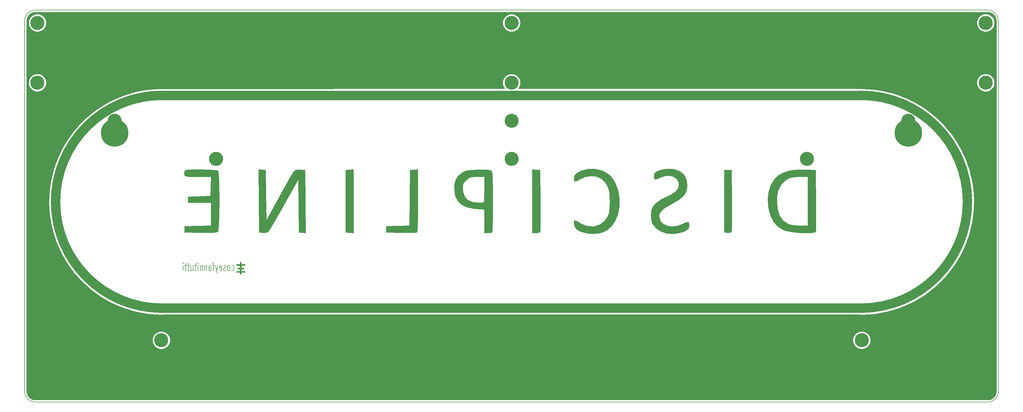
<source format=gbr>
%TF.GenerationSoftware,KiCad,Pcbnew,5.1.10-88a1d61d58~90~ubuntu21.04.1*%
%TF.CreationDate,2021-08-28T01:04:05+02:00*%
%TF.ProjectId,discipline-bottom,64697363-6970-46c6-996e-652d626f7474,rev?*%
%TF.SameCoordinates,Original*%
%TF.FileFunction,Copper,L2,Bot*%
%TF.FilePolarity,Positive*%
%FSLAX46Y46*%
G04 Gerber Fmt 4.6, Leading zero omitted, Abs format (unit mm)*
G04 Created by KiCad (PCBNEW 5.1.10-88a1d61d58~90~ubuntu21.04.1) date 2021-08-28 01:04:05*
%MOMM*%
%LPD*%
G01*
G04 APERTURE LIST*
%TA.AperFunction,NonConductor*%
%ADD10C,0.200000*%
%TD*%
%TA.AperFunction,Profile*%
%ADD11C,0.150000*%
%TD*%
%TA.AperFunction,EtchedComponent*%
%ADD12C,3.000000*%
%TD*%
%TA.AperFunction,EtchedComponent*%
%ADD13C,0.010000*%
%TD*%
%TA.AperFunction,ComponentPad*%
%ADD14C,4.400000*%
%TD*%
%TA.AperFunction,ComponentPad*%
%ADD15C,8.600000*%
%TD*%
%TA.AperFunction,Conductor*%
%ADD16C,0.254000*%
%TD*%
%TA.AperFunction,Conductor*%
%ADD17C,0.150000*%
%TD*%
G04 APERTURE END LIST*
D10*
X125397214Y-134521644D02*
X125540071Y-134640692D01*
X125825785Y-134640692D01*
X125968642Y-134521644D01*
X126040071Y-134402597D01*
X126111500Y-134164501D01*
X126111500Y-133450216D01*
X126040071Y-133212120D01*
X125968642Y-133093073D01*
X125825785Y-132974025D01*
X125540071Y-132974025D01*
X125397214Y-133093073D01*
X124540071Y-134640692D02*
X124682928Y-134521644D01*
X124754357Y-134402597D01*
X124825785Y-134164501D01*
X124825785Y-133450216D01*
X124754357Y-133212120D01*
X124682928Y-133093073D01*
X124540071Y-132974025D01*
X124325785Y-132974025D01*
X124182928Y-133093073D01*
X124111500Y-133212120D01*
X124040071Y-133450216D01*
X124040071Y-134164501D01*
X124111500Y-134402597D01*
X124182928Y-134521644D01*
X124325785Y-134640692D01*
X124540071Y-134640692D01*
X123468642Y-134521644D02*
X123325785Y-134640692D01*
X123040071Y-134640692D01*
X122897214Y-134521644D01*
X122825785Y-134283549D01*
X122825785Y-134164501D01*
X122897214Y-133926406D01*
X123040071Y-133807359D01*
X123254357Y-133807359D01*
X123397214Y-133688311D01*
X123468642Y-133450216D01*
X123468642Y-133331168D01*
X123397214Y-133093073D01*
X123254357Y-132974025D01*
X123040071Y-132974025D01*
X122897214Y-133093073D01*
X121611500Y-134521644D02*
X121754357Y-134640692D01*
X122040071Y-134640692D01*
X122182928Y-134521644D01*
X122254357Y-134283549D01*
X122254357Y-133331168D01*
X122182928Y-133093073D01*
X122040071Y-132974025D01*
X121754357Y-132974025D01*
X121611500Y-133093073D01*
X121540071Y-133331168D01*
X121540071Y-133569263D01*
X122254357Y-133807359D01*
X121040071Y-132974025D02*
X120682928Y-134640692D01*
X120325785Y-132974025D02*
X120682928Y-134640692D01*
X120825785Y-135235930D01*
X120897214Y-135354978D01*
X121040071Y-135474025D01*
X119968642Y-132974025D02*
X119397214Y-132974025D01*
X119754357Y-134640692D02*
X119754357Y-132497835D01*
X119682928Y-132259740D01*
X119540071Y-132140692D01*
X119397214Y-132140692D01*
X118254357Y-134640692D02*
X118254357Y-133331168D01*
X118325785Y-133093073D01*
X118468642Y-132974025D01*
X118754357Y-132974025D01*
X118897214Y-133093073D01*
X118254357Y-134521644D02*
X118397214Y-134640692D01*
X118754357Y-134640692D01*
X118897214Y-134521644D01*
X118968642Y-134283549D01*
X118968642Y-134045454D01*
X118897214Y-133807359D01*
X118754357Y-133688311D01*
X118397214Y-133688311D01*
X118254357Y-133569263D01*
X117540071Y-132974025D02*
X117540071Y-134640692D01*
X117540071Y-133212120D02*
X117468642Y-133093073D01*
X117325785Y-132974025D01*
X117111500Y-132974025D01*
X116968642Y-133093073D01*
X116897214Y-133331168D01*
X116897214Y-134640692D01*
X116182928Y-132974025D02*
X116182928Y-134640692D01*
X116182928Y-133212120D02*
X116111500Y-133093073D01*
X115968642Y-132974025D01*
X115754357Y-132974025D01*
X115611500Y-133093073D01*
X115540071Y-133331168D01*
X115540071Y-134640692D01*
X114825785Y-134640692D02*
X114825785Y-132974025D01*
X114825785Y-132140692D02*
X114897214Y-132259740D01*
X114825785Y-132378787D01*
X114754357Y-132259740D01*
X114825785Y-132140692D01*
X114825785Y-132378787D01*
X114325785Y-132974025D02*
X113754357Y-132974025D01*
X114111500Y-132140692D02*
X114111500Y-134283549D01*
X114040071Y-134521644D01*
X113897214Y-134640692D01*
X113754357Y-134640692D01*
X112611500Y-132974025D02*
X112611500Y-134640692D01*
X113254357Y-132974025D02*
X113254357Y-134283549D01*
X113182928Y-134521644D01*
X113040071Y-134640692D01*
X112825785Y-134640692D01*
X112682928Y-134521644D01*
X112611500Y-134402597D01*
X112111500Y-132974025D02*
X111540071Y-132974025D01*
X111897214Y-132140692D02*
X111897214Y-134283549D01*
X111825785Y-134521644D01*
X111682928Y-134640692D01*
X111540071Y-134640692D01*
X111254357Y-132974025D02*
X110682928Y-132974025D01*
X111040071Y-132140692D02*
X111040071Y-134283549D01*
X110968642Y-134521644D01*
X110825785Y-134640692D01*
X110682928Y-134640692D01*
X110182928Y-134640692D02*
X110182928Y-132974025D01*
X110182928Y-132140692D02*
X110254357Y-132259740D01*
X110182928Y-132378787D01*
X110111500Y-132259740D01*
X110182928Y-132140692D01*
X110182928Y-132378787D01*
D11*
X362129784Y-175749849D02*
X63852975Y-175749849D01*
X365436843Y-56249439D02*
X365436843Y-172442790D01*
X63849975Y-52942380D02*
X362129784Y-52942380D01*
X60542916Y-172445789D02*
X60542916Y-56249439D01*
X362129784Y-52942380D02*
G75*
G02*
X365436843Y-56249439I0J-3307059D01*
G01*
X365436843Y-172442790D02*
G75*
G02*
X362129784Y-175749849I-3307059J0D01*
G01*
X63852975Y-175749848D02*
G75*
G02*
X60542916Y-172445789I-3000J3307059D01*
G01*
X60542916Y-56249439D02*
G75*
G02*
X63849975Y-52942380I3307059J0D01*
G01*
D12*
X322774879Y-146279622D02*
X103454879Y-146309622D01*
X322324879Y-79629622D02*
X103004879Y-79659622D01*
D13*
G36*
X113804399Y-102906301D02*
G01*
X112450889Y-102931801D01*
X111550129Y-102988554D01*
X111002875Y-103088220D01*
X110709885Y-103242460D01*
X110571918Y-103462935D01*
X110557388Y-103505798D01*
X110493418Y-104294246D01*
X110570283Y-104645542D01*
X110742886Y-104872224D01*
X111126582Y-105025520D01*
X111828579Y-105118899D01*
X112956080Y-105165828D01*
X114616290Y-105179779D01*
X114823221Y-105179879D01*
X118871113Y-105179879D01*
X118777483Y-108192058D01*
X118683853Y-111204238D01*
X111682571Y-111389092D01*
X111682571Y-113320904D01*
X118846674Y-113320904D01*
X118846674Y-120465549D01*
X114694750Y-120556688D01*
X110542827Y-120647828D01*
X110542827Y-122601674D01*
X115598647Y-122690982D01*
X117747674Y-122711183D01*
X119309956Y-122682376D01*
X120348445Y-122600991D01*
X120926092Y-122463459D01*
X121053134Y-122381623D01*
X121176490Y-121939512D01*
X121278951Y-120949292D01*
X121360474Y-119513767D01*
X121421018Y-117735742D01*
X121460540Y-115718021D01*
X121478998Y-113563408D01*
X121476348Y-111374707D01*
X121452548Y-109254723D01*
X121407556Y-107306260D01*
X121341329Y-105632121D01*
X121253825Y-104335113D01*
X121145001Y-103518037D01*
X121061032Y-103291161D01*
X120599671Y-103117729D01*
X119593318Y-102996475D01*
X118007497Y-102924879D01*
X115807728Y-102900425D01*
X115709900Y-102900392D01*
X113804399Y-102906301D01*
G37*
X113804399Y-102906301D02*
X112450889Y-102931801D01*
X111550129Y-102988554D01*
X111002875Y-103088220D01*
X110709885Y-103242460D01*
X110571918Y-103462935D01*
X110557388Y-103505798D01*
X110493418Y-104294246D01*
X110570283Y-104645542D01*
X110742886Y-104872224D01*
X111126582Y-105025520D01*
X111828579Y-105118899D01*
X112956080Y-105165828D01*
X114616290Y-105179779D01*
X114823221Y-105179879D01*
X118871113Y-105179879D01*
X118777483Y-108192058D01*
X118683853Y-111204238D01*
X111682571Y-111389092D01*
X111682571Y-113320904D01*
X118846674Y-113320904D01*
X118846674Y-120465549D01*
X114694750Y-120556688D01*
X110542827Y-120647828D01*
X110542827Y-122601674D01*
X115598647Y-122690982D01*
X117747674Y-122711183D01*
X119309956Y-122682376D01*
X120348445Y-122600991D01*
X120926092Y-122463459D01*
X121053134Y-122381623D01*
X121176490Y-121939512D01*
X121278951Y-120949292D01*
X121360474Y-119513767D01*
X121421018Y-117735742D01*
X121460540Y-115718021D01*
X121478998Y-113563408D01*
X121476348Y-111374707D01*
X121452548Y-109254723D01*
X121407556Y-107306260D01*
X121341329Y-105632121D01*
X121253825Y-104335113D01*
X121145001Y-103518037D01*
X121061032Y-103291161D01*
X120599671Y-103117729D01*
X119593318Y-102996475D01*
X118007497Y-102924879D01*
X115807728Y-102900425D01*
X115709900Y-102900392D01*
X113804399Y-102906301D01*
G36*
X133902765Y-112730042D02*
G01*
X133988981Y-122601674D01*
X135128725Y-122697577D01*
X136061888Y-122647531D01*
X136781287Y-122395900D01*
X136814381Y-122371936D01*
X137110235Y-121984896D01*
X137671798Y-121103669D01*
X138453152Y-119805957D01*
X139408379Y-118169462D01*
X140491562Y-116271885D01*
X141656781Y-114190929D01*
X141774657Y-113978250D01*
X146189020Y-106006108D01*
X146363340Y-122601674D01*
X147426480Y-122704075D01*
X148489619Y-122806475D01*
X148403403Y-112934844D01*
X148317186Y-103063212D01*
X146806889Y-102965450D01*
X145801572Y-102959872D01*
X145179405Y-103164749D01*
X144690222Y-103656410D01*
X144369552Y-104155024D01*
X143789691Y-105138365D01*
X143000806Y-106518039D01*
X142053063Y-108205655D01*
X140996626Y-110112819D01*
X140176161Y-111610233D01*
X136268468Y-118775334D01*
X136105648Y-110919273D01*
X135942827Y-103063212D01*
X134879688Y-102960811D01*
X133816548Y-102858410D01*
X133902765Y-112730042D01*
G37*
X133902765Y-112730042D02*
X133988981Y-122601674D01*
X135128725Y-122697577D01*
X136061888Y-122647531D01*
X136781287Y-122395900D01*
X136814381Y-122371936D01*
X137110235Y-121984896D01*
X137671798Y-121103669D01*
X138453152Y-119805957D01*
X139408379Y-118169462D01*
X140491562Y-116271885D01*
X141656781Y-114190929D01*
X141774657Y-113978250D01*
X146189020Y-106006108D01*
X146363340Y-122601674D01*
X147426480Y-122704075D01*
X148489619Y-122806475D01*
X148403403Y-112934844D01*
X148317186Y-103063212D01*
X146806889Y-102965450D01*
X145801572Y-102959872D01*
X145179405Y-103164749D01*
X144690222Y-103656410D01*
X144369552Y-104155024D01*
X143789691Y-105138365D01*
X143000806Y-106518039D01*
X142053063Y-108205655D01*
X140996626Y-110112819D01*
X140176161Y-111610233D01*
X136268468Y-118775334D01*
X136105648Y-110919273D01*
X135942827Y-103063212D01*
X134879688Y-102960811D01*
X133816548Y-102858410D01*
X133902765Y-112730042D01*
G36*
X162238340Y-102962144D02*
G01*
X161017186Y-103063212D01*
X161017186Y-122601674D01*
X162238340Y-122702741D01*
X163459494Y-122803809D01*
X163459494Y-102861077D01*
X162238340Y-102962144D01*
G37*
X162238340Y-102962144D02*
X161017186Y-103063212D01*
X161017186Y-122601674D01*
X162238340Y-122702741D01*
X163459494Y-122803809D01*
X163459494Y-102861077D01*
X162238340Y-102962144D01*
G36*
X182428084Y-102962144D02*
G01*
X181206930Y-103063212D01*
X181033512Y-120463776D01*
X173717186Y-120647828D01*
X173717186Y-122601674D01*
X178457771Y-122691431D01*
X180153480Y-122708533D01*
X181612727Y-122694899D01*
X182713973Y-122653849D01*
X183335677Y-122588705D01*
X183423797Y-122555747D01*
X183480507Y-122185108D01*
X183531988Y-121245413D01*
X183576378Y-119818879D01*
X183611816Y-117987724D01*
X183636441Y-115834165D01*
X183648392Y-113440419D01*
X183649238Y-112595691D01*
X183649238Y-102861077D01*
X182428084Y-102962144D01*
G37*
X182428084Y-102962144D02*
X181206930Y-103063212D01*
X181033512Y-120463776D01*
X173717186Y-120647828D01*
X173717186Y-122601674D01*
X178457771Y-122691431D01*
X180153480Y-122708533D01*
X181612727Y-122694899D01*
X182713973Y-122653849D01*
X183335677Y-122588705D01*
X183423797Y-122555747D01*
X183480507Y-122185108D01*
X183531988Y-121245413D01*
X183576378Y-119818879D01*
X183611816Y-117987724D01*
X183636441Y-115834165D01*
X183648392Y-113440419D01*
X183649238Y-112595691D01*
X183649238Y-102861077D01*
X182428084Y-102962144D01*
G36*
X202430790Y-102959591D02*
G01*
X200733726Y-103042421D01*
X199531340Y-103157222D01*
X198667034Y-103332731D01*
X197984214Y-103597686D01*
X197513900Y-103861914D01*
X196251251Y-104859463D01*
X195473145Y-106058970D01*
X195106353Y-107606252D01*
X195053248Y-108761930D01*
X195289734Y-110871912D01*
X195999357Y-112551768D01*
X197196028Y-113814516D01*
X198893660Y-114673177D01*
X201106164Y-115140768D01*
X201944789Y-115211076D01*
X204490263Y-115358431D01*
X204490263Y-122764494D01*
X205575733Y-122764494D01*
X206380365Y-122704918D01*
X206863592Y-122560220D01*
X206878297Y-122547400D01*
X206933976Y-122178062D01*
X206984373Y-121241351D01*
X207027583Y-119821168D01*
X207061704Y-118001414D01*
X207084831Y-115865988D01*
X207095060Y-113498792D01*
X207095391Y-112980863D01*
X207091033Y-110207936D01*
X207075629Y-108016695D01*
X207045689Y-106337587D01*
X207000780Y-105179879D01*
X204490263Y-105179879D01*
X204490263Y-109033298D01*
X204472899Y-110556629D01*
X204425656Y-111834148D01*
X204355809Y-112729438D01*
X204273169Y-113103810D01*
X203754503Y-113272830D01*
X202822527Y-113308811D01*
X201700071Y-113218344D01*
X200609964Y-113008019D01*
X200558390Y-112993943D01*
X199172633Y-112353685D01*
X198261198Y-111306975D01*
X197784192Y-109801328D01*
X197720481Y-109260062D01*
X197664856Y-108194636D01*
X197782979Y-107501152D01*
X198168273Y-106905242D01*
X198719251Y-106326788D01*
X199361385Y-105724934D01*
X199922698Y-105381624D01*
X200621244Y-105224557D01*
X201675074Y-105181434D01*
X202178212Y-105179879D01*
X204490263Y-105179879D01*
X207000780Y-105179879D01*
X206997722Y-105101059D01*
X206928235Y-104237559D01*
X206833737Y-103677535D01*
X206710737Y-103351434D01*
X206605658Y-103224977D01*
X206125608Y-103034794D01*
X205205701Y-102935245D01*
X203769135Y-102921447D01*
X202430790Y-102959591D01*
G37*
X202430790Y-102959591D02*
X200733726Y-103042421D01*
X199531340Y-103157222D01*
X198667034Y-103332731D01*
X197984214Y-103597686D01*
X197513900Y-103861914D01*
X196251251Y-104859463D01*
X195473145Y-106058970D01*
X195106353Y-107606252D01*
X195053248Y-108761930D01*
X195289734Y-110871912D01*
X195999357Y-112551768D01*
X197196028Y-113814516D01*
X198893660Y-114673177D01*
X201106164Y-115140768D01*
X201944789Y-115211076D01*
X204490263Y-115358431D01*
X204490263Y-122764494D01*
X205575733Y-122764494D01*
X206380365Y-122704918D01*
X206863592Y-122560220D01*
X206878297Y-122547400D01*
X206933976Y-122178062D01*
X206984373Y-121241351D01*
X207027583Y-119821168D01*
X207061704Y-118001414D01*
X207084831Y-115865988D01*
X207095060Y-113498792D01*
X207095391Y-112980863D01*
X207091033Y-110207936D01*
X207075629Y-108016695D01*
X207045689Y-106337587D01*
X207000780Y-105179879D01*
X204490263Y-105179879D01*
X204490263Y-109033298D01*
X204472899Y-110556629D01*
X204425656Y-111834148D01*
X204355809Y-112729438D01*
X204273169Y-113103810D01*
X203754503Y-113272830D01*
X202822527Y-113308811D01*
X201700071Y-113218344D01*
X200609964Y-113008019D01*
X200558390Y-112993943D01*
X199172633Y-112353685D01*
X198261198Y-111306975D01*
X197784192Y-109801328D01*
X197720481Y-109260062D01*
X197664856Y-108194636D01*
X197782979Y-107501152D01*
X198168273Y-106905242D01*
X198719251Y-106326788D01*
X199361385Y-105724934D01*
X199922698Y-105381624D01*
X200621244Y-105224557D01*
X201675074Y-105181434D01*
X202178212Y-105179879D01*
X204490263Y-105179879D01*
X207000780Y-105179879D01*
X206997722Y-105101059D01*
X206928235Y-104237559D01*
X206833737Y-103677535D01*
X206710737Y-103351434D01*
X206605658Y-103224977D01*
X206125608Y-103034794D01*
X205205701Y-102935245D01*
X203769135Y-102921447D01*
X202430790Y-102959591D01*
G36*
X219469750Y-122764494D02*
G01*
X220619714Y-122764494D01*
X221426505Y-122659251D01*
X221901369Y-122401139D01*
X221927399Y-122353479D01*
X221964863Y-121933221D01*
X221993237Y-120947467D01*
X222011903Y-119481948D01*
X222020240Y-117622395D01*
X222017629Y-115454541D01*
X222003451Y-113064115D01*
X221998589Y-112502838D01*
X221912058Y-103063212D01*
X220690904Y-102962144D01*
X219469750Y-102861077D01*
X219469750Y-122764494D01*
G37*
X219469750Y-122764494D02*
X220619714Y-122764494D01*
X221426505Y-122659251D01*
X221901369Y-122401139D01*
X221927399Y-122353479D01*
X221964863Y-121933221D01*
X221993237Y-120947467D01*
X222011903Y-119481948D01*
X222020240Y-117622395D01*
X222017629Y-115454541D01*
X222003451Y-113064115D01*
X221998589Y-112502838D01*
X221912058Y-103063212D01*
X220690904Y-102962144D01*
X219469750Y-102861077D01*
X219469750Y-122764494D01*
G36*
X279550520Y-122601674D02*
G01*
X280611092Y-122703883D01*
X281468885Y-122653409D01*
X281837367Y-122374278D01*
X281876881Y-121948521D01*
X281907108Y-120957514D01*
X281927359Y-119487233D01*
X281936943Y-117623653D01*
X281935172Y-115452750D01*
X281921356Y-113060500D01*
X281916538Y-112502838D01*
X281830007Y-103063212D01*
X279550520Y-103063212D01*
X279550520Y-122601674D01*
G37*
X279550520Y-122601674D02*
X280611092Y-122703883D01*
X281468885Y-122653409D01*
X281837367Y-122374278D01*
X281876881Y-121948521D01*
X281907108Y-120957514D01*
X281927359Y-119487233D01*
X281936943Y-117623653D01*
X281935172Y-115452750D01*
X281921356Y-113060500D01*
X281916538Y-112502838D01*
X281830007Y-103063212D01*
X279550520Y-103063212D01*
X279550520Y-122601674D01*
G36*
X302362477Y-102987725D02*
G01*
X300236848Y-103228131D01*
X298475432Y-103715110D01*
X296950042Y-104473164D01*
X296878689Y-104517975D01*
X295366450Y-105850401D01*
X294230846Y-107641950D01*
X293503369Y-109799432D01*
X293215511Y-112229662D01*
X293396129Y-114823010D01*
X294017727Y-117297291D01*
X295029764Y-119275249D01*
X296465557Y-120805200D01*
X298274879Y-121897939D01*
X299184301Y-122185210D01*
X300461692Y-122424841D01*
X301969231Y-122609978D01*
X303569099Y-122733769D01*
X305123476Y-122789360D01*
X306494543Y-122769898D01*
X307544479Y-122668530D01*
X308135466Y-122478403D01*
X308207549Y-122391843D01*
X308248796Y-121961440D01*
X308280588Y-120965995D01*
X308302178Y-119491691D01*
X308312816Y-117624709D01*
X308311754Y-115451233D01*
X308298243Y-113057444D01*
X308293461Y-112502838D01*
X308226334Y-105179879D01*
X305764622Y-105179879D01*
X305764622Y-120485007D01*
X303228494Y-120485007D01*
X301660444Y-120431027D01*
X300488861Y-120238699D01*
X299465568Y-119862439D01*
X299239391Y-119752315D01*
X297864026Y-118777731D01*
X296895823Y-117414694D01*
X296301093Y-115598634D01*
X296065062Y-113668302D01*
X296076844Y-111360055D01*
X296428298Y-109504438D01*
X297150439Y-107980581D01*
X297713622Y-107243764D01*
X298777704Y-106242275D01*
X299966834Y-105606031D01*
X301450048Y-105272715D01*
X303311855Y-105179879D01*
X305764622Y-105179879D01*
X308226334Y-105179879D01*
X308206930Y-103063212D01*
X304980509Y-102969390D01*
X302362477Y-102987725D01*
G37*
X302362477Y-102987725D02*
X300236848Y-103228131D01*
X298475432Y-103715110D01*
X296950042Y-104473164D01*
X296878689Y-104517975D01*
X295366450Y-105850401D01*
X294230846Y-107641950D01*
X293503369Y-109799432D01*
X293215511Y-112229662D01*
X293396129Y-114823010D01*
X294017727Y-117297291D01*
X295029764Y-119275249D01*
X296465557Y-120805200D01*
X298274879Y-121897939D01*
X299184301Y-122185210D01*
X300461692Y-122424841D01*
X301969231Y-122609978D01*
X303569099Y-122733769D01*
X305123476Y-122789360D01*
X306494543Y-122769898D01*
X307544479Y-122668530D01*
X308135466Y-122478403D01*
X308207549Y-122391843D01*
X308248796Y-121961440D01*
X308280588Y-120965995D01*
X308302178Y-119491691D01*
X308312816Y-117624709D01*
X308311754Y-115451233D01*
X308298243Y-113057444D01*
X308293461Y-112502838D01*
X308226334Y-105179879D01*
X305764622Y-105179879D01*
X305764622Y-120485007D01*
X303228494Y-120485007D01*
X301660444Y-120431027D01*
X300488861Y-120238699D01*
X299465568Y-119862439D01*
X299239391Y-119752315D01*
X297864026Y-118777731D01*
X296895823Y-117414694D01*
X296301093Y-115598634D01*
X296065062Y-113668302D01*
X296076844Y-111360055D01*
X296428298Y-109504438D01*
X297150439Y-107980581D01*
X297713622Y-107243764D01*
X298777704Y-106242275D01*
X299966834Y-105606031D01*
X301450048Y-105272715D01*
X303311855Y-105179879D01*
X305764622Y-105179879D01*
X308226334Y-105179879D01*
X308206930Y-103063212D01*
X304980509Y-102969390D01*
X302362477Y-102987725D01*
G36*
X236894832Y-102712705D02*
G01*
X234771714Y-103252915D01*
X234186031Y-103519822D01*
X233143470Y-104192750D01*
X232622111Y-104953516D01*
X232495391Y-105838576D01*
X232644732Y-106470393D01*
X233121098Y-106608224D01*
X233967008Y-106254329D01*
X234467280Y-105943389D01*
X235845490Y-105258155D01*
X237447857Y-104955384D01*
X237653686Y-104940827D01*
X239541270Y-105068921D01*
X241072121Y-105730833D01*
X242300922Y-106957853D01*
X242896776Y-107940786D01*
X243281623Y-108761716D01*
X243526745Y-109538628D01*
X243662523Y-110455909D01*
X243719335Y-111697948D01*
X243728386Y-112988222D01*
X243708007Y-114625080D01*
X243630645Y-115786467D01*
X243469219Y-116647511D01*
X243196646Y-117383335D01*
X242982559Y-117811243D01*
X241880546Y-119243713D01*
X240421626Y-120211754D01*
X238727931Y-120692169D01*
X236921597Y-120661763D01*
X235124755Y-120097342D01*
X234107675Y-119496746D01*
X233393329Y-119057721D01*
X232875225Y-118857952D01*
X232852173Y-118856802D01*
X232544979Y-119113812D01*
X232490855Y-119740202D01*
X232659370Y-120519007D01*
X233020094Y-121233266D01*
X233216931Y-121457493D01*
X234420584Y-122215527D01*
X236048364Y-122741217D01*
X237904050Y-123000557D01*
X239791421Y-122959544D01*
X240845415Y-122779495D01*
X242715722Y-122015296D01*
X244271021Y-120725716D01*
X245478192Y-118972490D01*
X246304115Y-116817357D01*
X246715669Y-114322052D01*
X246705878Y-111855520D01*
X246290900Y-109336973D01*
X245481843Y-107122462D01*
X244327178Y-105317203D01*
X243201636Y-104248956D01*
X241287951Y-103225134D01*
X239126297Y-102708247D01*
X236894832Y-102712705D01*
G37*
X236894832Y-102712705D02*
X234771714Y-103252915D01*
X234186031Y-103519822D01*
X233143470Y-104192750D01*
X232622111Y-104953516D01*
X232495391Y-105838576D01*
X232644732Y-106470393D01*
X233121098Y-106608224D01*
X233967008Y-106254329D01*
X234467280Y-105943389D01*
X235845490Y-105258155D01*
X237447857Y-104955384D01*
X237653686Y-104940827D01*
X239541270Y-105068921D01*
X241072121Y-105730833D01*
X242300922Y-106957853D01*
X242896776Y-107940786D01*
X243281623Y-108761716D01*
X243526745Y-109538628D01*
X243662523Y-110455909D01*
X243719335Y-111697948D01*
X243728386Y-112988222D01*
X243708007Y-114625080D01*
X243630645Y-115786467D01*
X243469219Y-116647511D01*
X243196646Y-117383335D01*
X242982559Y-117811243D01*
X241880546Y-119243713D01*
X240421626Y-120211754D01*
X238727931Y-120692169D01*
X236921597Y-120661763D01*
X235124755Y-120097342D01*
X234107675Y-119496746D01*
X233393329Y-119057721D01*
X232875225Y-118857952D01*
X232852173Y-118856802D01*
X232544979Y-119113812D01*
X232490855Y-119740202D01*
X232659370Y-120519007D01*
X233020094Y-121233266D01*
X233216931Y-121457493D01*
X234420584Y-122215527D01*
X236048364Y-122741217D01*
X237904050Y-123000557D01*
X239791421Y-122959544D01*
X240845415Y-122779495D01*
X242715722Y-122015296D01*
X244271021Y-120725716D01*
X245478192Y-118972490D01*
X246304115Y-116817357D01*
X246715669Y-114322052D01*
X246705878Y-111855520D01*
X246290900Y-109336973D01*
X245481843Y-107122462D01*
X244327178Y-105317203D01*
X243201636Y-104248956D01*
X241287951Y-103225134D01*
X239126297Y-102708247D01*
X236894832Y-102712705D01*
G36*
X260332239Y-102854250D02*
G01*
X259104686Y-103194839D01*
X258182173Y-103636282D01*
X257760991Y-104083500D01*
X257582785Y-104925058D01*
X257650441Y-105661492D01*
X257847228Y-105964214D01*
X258282699Y-105933993D01*
X259047589Y-105654551D01*
X259381466Y-105494971D01*
X260956708Y-104929932D01*
X262443722Y-104823332D01*
X263733726Y-105136628D01*
X264717934Y-105831274D01*
X265287562Y-106868727D01*
X265385135Y-107622186D01*
X265151844Y-108747577D01*
X264415020Y-109736645D01*
X263119239Y-110647309D01*
X261928143Y-111234751D01*
X259661824Y-112391215D01*
X258032834Y-113572903D01*
X257201287Y-114521248D01*
X256780384Y-115598316D01*
X256603773Y-117004051D01*
X256678370Y-118460637D01*
X257011093Y-119690258D01*
X257069593Y-119811107D01*
X258160522Y-121243172D01*
X259692515Y-122286696D01*
X261557849Y-122903863D01*
X263648806Y-123056852D01*
X265547956Y-122787708D01*
X266710856Y-122403454D01*
X267729716Y-121889751D01*
X268366055Y-121368668D01*
X268392328Y-121331770D01*
X268604873Y-120678661D01*
X268598672Y-119919458D01*
X268383185Y-119393826D01*
X268337361Y-119358525D01*
X267891859Y-119385606D01*
X267109887Y-119668877D01*
X266674056Y-119878942D01*
X264936817Y-120548141D01*
X263264628Y-120767268D01*
X261757070Y-120569078D01*
X260513722Y-119986321D01*
X259634165Y-119051752D01*
X259217978Y-117798121D01*
X259197956Y-117420010D01*
X259412277Y-116530195D01*
X260090373Y-115640781D01*
X261284943Y-114702734D01*
X263048683Y-113667018D01*
X263467213Y-113447534D01*
X265301878Y-112412457D01*
X266589592Y-111445243D01*
X267412230Y-110444192D01*
X267851663Y-109307607D01*
X267989765Y-107933791D01*
X267990263Y-107829261D01*
X267734179Y-105962756D01*
X266969598Y-104501877D01*
X265702028Y-103452289D01*
X263936977Y-102819657D01*
X262976861Y-102671997D01*
X261683432Y-102663606D01*
X260332239Y-102854250D01*
G37*
X260332239Y-102854250D02*
X259104686Y-103194839D01*
X258182173Y-103636282D01*
X257760991Y-104083500D01*
X257582785Y-104925058D01*
X257650441Y-105661492D01*
X257847228Y-105964214D01*
X258282699Y-105933993D01*
X259047589Y-105654551D01*
X259381466Y-105494971D01*
X260956708Y-104929932D01*
X262443722Y-104823332D01*
X263733726Y-105136628D01*
X264717934Y-105831274D01*
X265287562Y-106868727D01*
X265385135Y-107622186D01*
X265151844Y-108747577D01*
X264415020Y-109736645D01*
X263119239Y-110647309D01*
X261928143Y-111234751D01*
X259661824Y-112391215D01*
X258032834Y-113572903D01*
X257201287Y-114521248D01*
X256780384Y-115598316D01*
X256603773Y-117004051D01*
X256678370Y-118460637D01*
X257011093Y-119690258D01*
X257069593Y-119811107D01*
X258160522Y-121243172D01*
X259692515Y-122286696D01*
X261557849Y-122903863D01*
X263648806Y-123056852D01*
X265547956Y-122787708D01*
X266710856Y-122403454D01*
X267729716Y-121889751D01*
X268366055Y-121368668D01*
X268392328Y-121331770D01*
X268604873Y-120678661D01*
X268598672Y-119919458D01*
X268383185Y-119393826D01*
X268337361Y-119358525D01*
X267891859Y-119385606D01*
X267109887Y-119668877D01*
X266674056Y-119878942D01*
X264936817Y-120548141D01*
X263264628Y-120767268D01*
X261757070Y-120569078D01*
X260513722Y-119986321D01*
X259634165Y-119051752D01*
X259217978Y-117798121D01*
X259197956Y-117420010D01*
X259412277Y-116530195D01*
X260090373Y-115640781D01*
X261284943Y-114702734D01*
X263048683Y-113667018D01*
X263467213Y-113447534D01*
X265301878Y-112412457D01*
X266589592Y-111445243D01*
X267412230Y-110444192D01*
X267851663Y-109307607D01*
X267989765Y-107933791D01*
X267990263Y-107829261D01*
X267734179Y-105962756D01*
X266969598Y-104501877D01*
X265702028Y-103452289D01*
X263936977Y-102819657D01*
X262976861Y-102671997D01*
X261683432Y-102663606D01*
X260332239Y-102854250D01*
D12*
X322394879Y-146359622D02*
G75*
G03*
X322394879Y-79659622I0J33350000D01*
G01*
X103584879Y-79659622D02*
G75*
G03*
X103584879Y-146359622I0J-33350000D01*
G01*
D13*
G36*
X128375486Y-135163121D02*
G01*
X128944869Y-135160944D01*
X129514252Y-135158768D01*
X129514252Y-134752368D01*
X128375486Y-134748016D01*
X128375486Y-134087735D01*
X129095153Y-134087735D01*
X129095153Y-133655935D01*
X128375486Y-133655935D01*
X128375486Y-132978721D01*
X128944869Y-132976544D01*
X129514252Y-132974368D01*
X129516515Y-132760585D01*
X129518777Y-132546802D01*
X128375486Y-132546802D01*
X128375486Y-131928735D01*
X127935219Y-131928735D01*
X127935219Y-132546802D01*
X126800686Y-132546802D01*
X126800686Y-132978601D01*
X127935219Y-132978601D01*
X127935219Y-133655935D01*
X127224019Y-133655935D01*
X127224019Y-134087735D01*
X127935219Y-134087735D01*
X127935219Y-134748135D01*
X126800686Y-134748135D01*
X126800686Y-135163001D01*
X127935000Y-135163001D01*
X127939452Y-135751435D01*
X128157469Y-135753694D01*
X128375486Y-135755954D01*
X128375486Y-135163121D01*
G37*
X128375486Y-135163121D02*
X128944869Y-135160944D01*
X129514252Y-135158768D01*
X129514252Y-134752368D01*
X128375486Y-134748016D01*
X128375486Y-134087735D01*
X129095153Y-134087735D01*
X129095153Y-133655935D01*
X128375486Y-133655935D01*
X128375486Y-132978721D01*
X128944869Y-132976544D01*
X129514252Y-132974368D01*
X129516515Y-132760585D01*
X129518777Y-132546802D01*
X128375486Y-132546802D01*
X128375486Y-131928735D01*
X127935219Y-131928735D01*
X127935219Y-132546802D01*
X126800686Y-132546802D01*
X126800686Y-132978601D01*
X127935219Y-132978601D01*
X127935219Y-133655935D01*
X127224019Y-133655935D01*
X127224019Y-134087735D01*
X127935219Y-134087735D01*
X127935219Y-134748135D01*
X126800686Y-134748135D01*
X126800686Y-135163001D01*
X127935000Y-135163001D01*
X127939452Y-135751435D01*
X128157469Y-135753694D01*
X128375486Y-135755954D01*
X128375486Y-135163121D01*
D14*
X212992504Y-87627160D03*
X337232504Y-87627160D03*
X88752504Y-87627160D03*
X212992504Y-75697160D03*
X212992504Y-56947160D03*
D15*
X337229903Y-91409552D03*
D14*
X212989879Y-162205740D03*
X212989879Y-99550624D03*
X305448502Y-99550624D03*
X120531257Y-99550624D03*
X322637337Y-156394590D03*
X103342422Y-156394590D03*
X361437255Y-75697160D03*
X361437255Y-56947160D03*
X64542504Y-56947160D03*
X64542504Y-75697160D03*
D15*
X88749856Y-91409552D03*
D16*
X362633557Y-53705179D02*
X363118151Y-53851488D01*
X363565092Y-54089129D01*
X363957361Y-54409057D01*
X364280023Y-54799090D01*
X364520777Y-55244355D01*
X364670463Y-55727910D01*
X364726843Y-56264336D01*
X364726844Y-172408051D01*
X364674044Y-172946563D01*
X364527735Y-173431157D01*
X364290095Y-173878095D01*
X363970165Y-174270368D01*
X363580136Y-174593028D01*
X363134870Y-174833783D01*
X362651311Y-174983469D01*
X362114887Y-175039849D01*
X63887388Y-175039849D01*
X63348507Y-174987505D01*
X62863784Y-174841637D01*
X62416628Y-174604401D01*
X62024067Y-174284828D01*
X61701053Y-173895092D01*
X61459893Y-173450041D01*
X61309768Y-172966620D01*
X61252916Y-172430382D01*
X61252916Y-156115367D01*
X100507422Y-156115367D01*
X100507422Y-156673813D01*
X100616370Y-157221529D01*
X100830078Y-157737466D01*
X101140334Y-158201797D01*
X101535215Y-158596678D01*
X101999546Y-158906934D01*
X102515483Y-159120642D01*
X103063199Y-159229590D01*
X103621645Y-159229590D01*
X104169361Y-159120642D01*
X104685298Y-158906934D01*
X105149629Y-158596678D01*
X105544510Y-158201797D01*
X105854766Y-157737466D01*
X106068474Y-157221529D01*
X106177422Y-156673813D01*
X106177422Y-156115367D01*
X319802337Y-156115367D01*
X319802337Y-156673813D01*
X319911285Y-157221529D01*
X320124993Y-157737466D01*
X320435249Y-158201797D01*
X320830130Y-158596678D01*
X321294461Y-158906934D01*
X321810398Y-159120642D01*
X322358114Y-159229590D01*
X322916560Y-159229590D01*
X323464276Y-159120642D01*
X323980213Y-158906934D01*
X324444544Y-158596678D01*
X324839425Y-158201797D01*
X325149681Y-157737466D01*
X325363389Y-157221529D01*
X325472337Y-156673813D01*
X325472337Y-156115367D01*
X325363389Y-155567651D01*
X325149681Y-155051714D01*
X324839425Y-154587383D01*
X324444544Y-154192502D01*
X323980213Y-153882246D01*
X323464276Y-153668538D01*
X322916560Y-153559590D01*
X322358114Y-153559590D01*
X321810398Y-153668538D01*
X321294461Y-153882246D01*
X320830130Y-154192502D01*
X320435249Y-154587383D01*
X320124993Y-155051714D01*
X319911285Y-155567651D01*
X319802337Y-156115367D01*
X106177422Y-156115367D01*
X106068474Y-155567651D01*
X105854766Y-155051714D01*
X105544510Y-154587383D01*
X105149629Y-154192502D01*
X104685298Y-153882246D01*
X104169361Y-153668538D01*
X103621645Y-153559590D01*
X103063199Y-153559590D01*
X102515483Y-153668538D01*
X101999546Y-153882246D01*
X101535215Y-154192502D01*
X101140334Y-154587383D01*
X100830078Y-155051714D01*
X100616370Y-155567651D01*
X100507422Y-156115367D01*
X61252916Y-156115367D01*
X61252916Y-113122765D01*
X68101221Y-113122765D01*
X68101543Y-113184241D01*
X68101221Y-113245716D01*
X68101982Y-113268061D01*
X68191087Y-115535936D01*
X68195587Y-115597222D01*
X68199449Y-115658602D01*
X68201728Y-115680842D01*
X68444877Y-117937404D01*
X68453539Y-117998267D01*
X68461564Y-118059218D01*
X68465350Y-118081252D01*
X68861417Y-120316051D01*
X68874183Y-120376108D01*
X68886349Y-120436446D01*
X68891626Y-120458172D01*
X69438774Y-122660857D01*
X69455615Y-122719978D01*
X69471838Y-122779278D01*
X69478580Y-122800595D01*
X70174279Y-124960965D01*
X70195089Y-125018768D01*
X70215321Y-125076864D01*
X70223497Y-125097673D01*
X71064524Y-127205721D01*
X71089223Y-127261986D01*
X71113353Y-127318558D01*
X71122925Y-127338763D01*
X72105383Y-129384728D01*
X72133876Y-129439230D01*
X72161775Y-129493984D01*
X72172699Y-129513491D01*
X73292039Y-131487895D01*
X73324148Y-131540292D01*
X73355730Y-131593062D01*
X73367946Y-131611765D01*
X73367956Y-131611781D01*
X73367965Y-131611794D01*
X74618993Y-133505480D01*
X74654588Y-133555567D01*
X74689690Y-133606072D01*
X74703161Y-133623916D01*
X76080102Y-135428141D01*
X76119037Y-135475710D01*
X76157477Y-135523691D01*
X76172130Y-135540577D01*
X77668597Y-137246971D01*
X77710680Y-137291786D01*
X77752292Y-137337038D01*
X77768059Y-137352888D01*
X79377123Y-138953548D01*
X79422134Y-138995375D01*
X79466750Y-139037714D01*
X79483559Y-139052455D01*
X81197765Y-140539967D01*
X81245524Y-140578641D01*
X81292909Y-140617841D01*
X81310682Y-140631405D01*
X83122091Y-141998880D01*
X83172410Y-142034245D01*
X83222312Y-142070103D01*
X83240942Y-142082410D01*
X83240966Y-142082427D01*
X83240987Y-142082440D01*
X85141190Y-143323531D01*
X85193713Y-143355340D01*
X85246022Y-143387773D01*
X85265471Y-143398799D01*
X87245709Y-144507786D01*
X87300307Y-144535966D01*
X87354669Y-144564749D01*
X87374823Y-144574426D01*
X89425904Y-145546159D01*
X89482329Y-145570576D01*
X89538485Y-145595578D01*
X89559251Y-145603863D01*
X91671674Y-146433840D01*
X91729612Y-146454357D01*
X91787355Y-146475488D01*
X91808636Y-146482341D01*
X93972620Y-147166719D01*
X94031818Y-147183247D01*
X94090866Y-147200402D01*
X94112564Y-147205792D01*
X96318085Y-147741401D01*
X96378213Y-147753853D01*
X96438348Y-147766964D01*
X96460362Y-147770865D01*
X98697204Y-148155224D01*
X98758068Y-148163561D01*
X98818927Y-148172548D01*
X98841156Y-148174943D01*
X101098960Y-148406274D01*
X101160258Y-148410453D01*
X101221581Y-148415279D01*
X101243919Y-148416157D01*
X101243921Y-148416157D01*
X103512231Y-148493386D01*
X103657528Y-148493386D01*
X103802488Y-148483504D01*
X103946440Y-148463784D01*
X104039358Y-148444542D01*
X321817274Y-148414752D01*
X321950990Y-148447967D01*
X322094058Y-148473322D01*
X322238518Y-148488889D01*
X322383703Y-148494593D01*
X322406060Y-148494593D01*
X322755294Y-148492764D01*
X322786011Y-148491557D01*
X322816761Y-148491557D01*
X322839101Y-148490679D01*
X325106478Y-148389701D01*
X325167761Y-148384878D01*
X325229099Y-148380696D01*
X325251328Y-148378301D01*
X327506586Y-148123340D01*
X327567400Y-148114360D01*
X327628309Y-148106016D01*
X327650318Y-148102116D01*
X327650324Y-148102115D01*
X327650329Y-148102114D01*
X329883018Y-147694353D01*
X329943056Y-147681262D01*
X330003282Y-147668790D01*
X330024980Y-147663400D01*
X332224769Y-147104724D01*
X332283755Y-147087587D01*
X332343016Y-147071041D01*
X332364297Y-147064188D01*
X334520995Y-146357186D01*
X334578689Y-146336073D01*
X334636676Y-146315539D01*
X334657431Y-146307258D01*
X334657443Y-146307254D01*
X334657453Y-146307250D01*
X336761058Y-145455202D01*
X336817212Y-145430201D01*
X336873639Y-145405782D01*
X336893780Y-145396110D01*
X336893794Y-145396104D01*
X336893805Y-145396098D01*
X338934585Y-144402947D01*
X338988856Y-144374213D01*
X339043545Y-144345985D01*
X339062994Y-144334959D01*
X341031511Y-143205296D01*
X341083773Y-143172892D01*
X341136343Y-143141054D01*
X341154997Y-143128731D01*
X343042120Y-141867796D01*
X343092003Y-141831951D01*
X343142341Y-141796573D01*
X343160113Y-141783009D01*
X344957105Y-140396640D01*
X345004479Y-140357449D01*
X345052249Y-140318765D01*
X345069058Y-140304024D01*
X346767593Y-138798642D01*
X346812206Y-138756306D01*
X346857219Y-138714477D01*
X346872987Y-138698627D01*
X348465200Y-137081206D01*
X348506812Y-137035954D01*
X348548895Y-136991139D01*
X348563548Y-136974253D01*
X350042064Y-135252282D01*
X350080480Y-135204331D01*
X350119440Y-135156731D01*
X350132910Y-135138888D01*
X351490882Y-133320342D01*
X351525939Y-133269901D01*
X351561579Y-133219751D01*
X351573804Y-133201032D01*
X352804943Y-131294336D01*
X352836503Y-131241604D01*
X352868636Y-131189168D01*
X352879551Y-131169677D01*
X352879560Y-131169662D01*
X352879566Y-131169649D01*
X353978163Y-129183643D01*
X354006048Y-129128916D01*
X354034554Y-129074388D01*
X354044126Y-129054183D01*
X355005105Y-126998043D01*
X355029216Y-126941516D01*
X355053935Y-126885205D01*
X355062098Y-126864426D01*
X355062111Y-126864396D01*
X355062120Y-126864370D01*
X355881015Y-124747656D01*
X355901224Y-124689626D01*
X355922057Y-124631758D01*
X355928799Y-124610441D01*
X356601837Y-122442904D01*
X356618074Y-122383553D01*
X356634900Y-122324483D01*
X356640168Y-122302790D01*
X356640177Y-122302757D01*
X356640183Y-122302729D01*
X357164230Y-120094464D01*
X357176373Y-120034241D01*
X357189163Y-119974067D01*
X357192950Y-119952033D01*
X357565591Y-117713210D01*
X357573610Y-117652306D01*
X357582278Y-117591397D01*
X357584557Y-117569156D01*
X357804062Y-115310170D01*
X357807923Y-115248801D01*
X357812424Y-115187506D01*
X357813185Y-115165162D01*
X357878537Y-112896479D01*
X357878215Y-112835004D01*
X357878537Y-112773528D01*
X357877776Y-112751184D01*
X357788671Y-110483308D01*
X357784171Y-110422025D01*
X357780309Y-110360642D01*
X357778030Y-110338401D01*
X357534881Y-108081840D01*
X357526217Y-108020965D01*
X357518194Y-107960027D01*
X357514408Y-107937992D01*
X357118341Y-105703193D01*
X357105572Y-105643121D01*
X357093409Y-105582798D01*
X357088132Y-105561072D01*
X356540983Y-103358387D01*
X356524157Y-103299317D01*
X356507920Y-103239966D01*
X356501178Y-103218649D01*
X355805479Y-101058279D01*
X355784669Y-101000477D01*
X355764437Y-100942380D01*
X355756261Y-100921571D01*
X354915234Y-98813523D01*
X354890535Y-98757258D01*
X354866405Y-98700686D01*
X354856833Y-98680482D01*
X353874375Y-96634516D01*
X353845882Y-96580014D01*
X353817983Y-96525260D01*
X353807059Y-96505753D01*
X352687719Y-94531349D01*
X352655610Y-94478952D01*
X352624028Y-94426182D01*
X352611812Y-94407479D01*
X352611802Y-94407463D01*
X352611793Y-94407450D01*
X351360765Y-92513764D01*
X351325170Y-92463677D01*
X351290068Y-92413172D01*
X351276597Y-92395328D01*
X349899656Y-90591103D01*
X349860705Y-90543514D01*
X349822281Y-90495553D01*
X349807642Y-90478684D01*
X349807628Y-90478666D01*
X349807615Y-90478652D01*
X348311161Y-88772273D01*
X348269118Y-88727502D01*
X348227466Y-88682206D01*
X348211699Y-88666356D01*
X346602636Y-87065696D01*
X346557597Y-87023843D01*
X346513008Y-86981530D01*
X346496199Y-86966789D01*
X344781993Y-85479277D01*
X344734214Y-85440586D01*
X344686849Y-85401403D01*
X344669076Y-85387839D01*
X342857666Y-84020364D01*
X342807374Y-83985018D01*
X342757446Y-83949141D01*
X342738816Y-83936834D01*
X342738792Y-83936817D01*
X342738771Y-83936804D01*
X340838568Y-82695713D01*
X340786045Y-82663904D01*
X340733736Y-82631471D01*
X340714286Y-82620445D01*
X338734049Y-81511458D01*
X338679408Y-81483256D01*
X338625089Y-81454496D01*
X338604935Y-81444818D01*
X336553854Y-80473086D01*
X336497475Y-80448688D01*
X336441273Y-80423666D01*
X336420508Y-80415381D01*
X334308084Y-79585404D01*
X334250110Y-79564874D01*
X334192403Y-79543757D01*
X334171122Y-79536903D01*
X332007139Y-78852525D01*
X331947916Y-78835990D01*
X331888892Y-78818842D01*
X331867194Y-78813452D01*
X329661674Y-78277843D01*
X329601517Y-78265385D01*
X329541410Y-78252280D01*
X329519402Y-78248380D01*
X329519396Y-78248379D01*
X329519391Y-78248378D01*
X327282554Y-77864020D01*
X327221690Y-77855683D01*
X327160831Y-77846696D01*
X327138603Y-77844301D01*
X324880798Y-77612970D01*
X324819500Y-77608791D01*
X324758177Y-77603965D01*
X324735839Y-77603087D01*
X324735837Y-77603087D01*
X322779476Y-77536479D01*
X322743124Y-77525457D01*
X322429468Y-77494608D01*
X215189682Y-77509277D01*
X215194592Y-77504367D01*
X215504848Y-77040036D01*
X215718556Y-76524099D01*
X215827504Y-75976383D01*
X215827504Y-75417937D01*
X358602255Y-75417937D01*
X358602255Y-75976383D01*
X358711203Y-76524099D01*
X358924911Y-77040036D01*
X359235167Y-77504367D01*
X359630048Y-77899248D01*
X360094379Y-78209504D01*
X360610316Y-78423212D01*
X361158032Y-78532160D01*
X361716478Y-78532160D01*
X362264194Y-78423212D01*
X362780131Y-78209504D01*
X363244462Y-77899248D01*
X363639343Y-77504367D01*
X363949599Y-77040036D01*
X364163307Y-76524099D01*
X364272255Y-75976383D01*
X364272255Y-75417937D01*
X364163307Y-74870221D01*
X363949599Y-74354284D01*
X363639343Y-73889953D01*
X363244462Y-73495072D01*
X362780131Y-73184816D01*
X362264194Y-72971108D01*
X361716478Y-72862160D01*
X361158032Y-72862160D01*
X360610316Y-72971108D01*
X360094379Y-73184816D01*
X359630048Y-73495072D01*
X359235167Y-73889953D01*
X358924911Y-74354284D01*
X358711203Y-74870221D01*
X358602255Y-75417937D01*
X215827504Y-75417937D01*
X215718556Y-74870221D01*
X215504848Y-74354284D01*
X215194592Y-73889953D01*
X214799711Y-73495072D01*
X214335380Y-73184816D01*
X213819443Y-72971108D01*
X213271727Y-72862160D01*
X212713281Y-72862160D01*
X212165565Y-72971108D01*
X211649628Y-73184816D01*
X211185297Y-73495072D01*
X210790416Y-73889953D01*
X210480160Y-74354284D01*
X210266452Y-74870221D01*
X210157504Y-75417937D01*
X210157504Y-75976383D01*
X210266452Y-76524099D01*
X210480160Y-77040036D01*
X210790416Y-77504367D01*
X210795927Y-77509878D01*
X102899705Y-77524637D01*
X102628723Y-77551364D01*
X100873280Y-77629543D01*
X100811994Y-77634366D01*
X100750659Y-77638548D01*
X100728430Y-77640943D01*
X98473172Y-77895904D01*
X98412358Y-77904884D01*
X98351449Y-77913228D01*
X98329440Y-77917128D01*
X98329434Y-77917129D01*
X98329429Y-77917130D01*
X96096741Y-78324891D01*
X96036683Y-78337986D01*
X95976476Y-78350454D01*
X95954778Y-78355844D01*
X93754988Y-78914520D01*
X93695963Y-78931669D01*
X93636743Y-78948203D01*
X93615462Y-78955056D01*
X91458763Y-79662057D01*
X91401033Y-79683183D01*
X91343082Y-79703705D01*
X91322316Y-79711990D01*
X89218700Y-80564042D01*
X89162546Y-80589043D01*
X89106119Y-80613462D01*
X89085978Y-80623134D01*
X89085964Y-80623140D01*
X89085953Y-80623146D01*
X87045173Y-81616297D01*
X86990902Y-81645031D01*
X86936213Y-81673259D01*
X86916764Y-81684285D01*
X84948247Y-82813948D01*
X84895985Y-82846352D01*
X84843415Y-82878190D01*
X84824760Y-82890513D01*
X82937638Y-84151448D01*
X82887710Y-84187325D01*
X82837418Y-84222671D01*
X82819661Y-84236223D01*
X82819644Y-84236235D01*
X82819630Y-84236246D01*
X81022654Y-85622604D01*
X80975307Y-85661773D01*
X80927509Y-85700479D01*
X80910700Y-85715220D01*
X79212165Y-87220602D01*
X79167552Y-87262938D01*
X79122539Y-87304767D01*
X79106771Y-87320617D01*
X77514558Y-88938038D01*
X77472946Y-88983290D01*
X77430863Y-89028105D01*
X77416210Y-89044991D01*
X75937694Y-90766962D01*
X75899278Y-90814913D01*
X75860318Y-90862513D01*
X75846848Y-90880356D01*
X74488876Y-92698902D01*
X74453819Y-92749343D01*
X74418179Y-92799493D01*
X74405954Y-92818212D01*
X73174815Y-94724908D01*
X73143242Y-94777662D01*
X73111123Y-94830076D01*
X73100198Y-94849582D01*
X72001595Y-96835601D01*
X71973710Y-96890328D01*
X71945204Y-96944856D01*
X71935632Y-96965061D01*
X70974653Y-99021201D01*
X70950542Y-99077728D01*
X70925823Y-99134039D01*
X70917660Y-99154818D01*
X70917647Y-99154848D01*
X70917638Y-99154874D01*
X70098743Y-101271588D01*
X70078534Y-101329618D01*
X70057701Y-101387486D01*
X70050959Y-101408803D01*
X69377921Y-103576340D01*
X69361684Y-103635691D01*
X69344858Y-103694761D01*
X69339581Y-103716487D01*
X68815528Y-105924781D01*
X68803377Y-105985040D01*
X68790595Y-106045177D01*
X68786808Y-106067212D01*
X68414166Y-108306034D01*
X68406142Y-108366986D01*
X68397480Y-108427847D01*
X68395206Y-108450054D01*
X68395201Y-108450088D01*
X68395199Y-108450117D01*
X68175696Y-110709073D01*
X68171835Y-110770446D01*
X68167334Y-110831738D01*
X68166573Y-110854082D01*
X68101221Y-113122765D01*
X61252916Y-113122765D01*
X61252916Y-75417937D01*
X61707504Y-75417937D01*
X61707504Y-75976383D01*
X61816452Y-76524099D01*
X62030160Y-77040036D01*
X62340416Y-77504367D01*
X62735297Y-77899248D01*
X63199628Y-78209504D01*
X63715565Y-78423212D01*
X64263281Y-78532160D01*
X64821727Y-78532160D01*
X65369443Y-78423212D01*
X65885380Y-78209504D01*
X66349711Y-77899248D01*
X66744592Y-77504367D01*
X67054848Y-77040036D01*
X67268556Y-76524099D01*
X67377504Y-75976383D01*
X67377504Y-75417937D01*
X67268556Y-74870221D01*
X67054848Y-74354284D01*
X66744592Y-73889953D01*
X66349711Y-73495072D01*
X65885380Y-73184816D01*
X65369443Y-72971108D01*
X64821727Y-72862160D01*
X64263281Y-72862160D01*
X63715565Y-72971108D01*
X63199628Y-73184816D01*
X62735297Y-73495072D01*
X62340416Y-73889953D01*
X62030160Y-74354284D01*
X61816452Y-74870221D01*
X61707504Y-75417937D01*
X61252916Y-75417937D01*
X61252916Y-56667937D01*
X61707504Y-56667937D01*
X61707504Y-57226383D01*
X61816452Y-57774099D01*
X62030160Y-58290036D01*
X62340416Y-58754367D01*
X62735297Y-59149248D01*
X63199628Y-59459504D01*
X63715565Y-59673212D01*
X64263281Y-59782160D01*
X64821727Y-59782160D01*
X65369443Y-59673212D01*
X65885380Y-59459504D01*
X66349711Y-59149248D01*
X66744592Y-58754367D01*
X67054848Y-58290036D01*
X67268556Y-57774099D01*
X67377504Y-57226383D01*
X67377504Y-56667937D01*
X210157504Y-56667937D01*
X210157504Y-57226383D01*
X210266452Y-57774099D01*
X210480160Y-58290036D01*
X210790416Y-58754367D01*
X211185297Y-59149248D01*
X211649628Y-59459504D01*
X212165565Y-59673212D01*
X212713281Y-59782160D01*
X213271727Y-59782160D01*
X213819443Y-59673212D01*
X214335380Y-59459504D01*
X214799711Y-59149248D01*
X215194592Y-58754367D01*
X215504848Y-58290036D01*
X215718556Y-57774099D01*
X215827504Y-57226383D01*
X215827504Y-56667937D01*
X358602255Y-56667937D01*
X358602255Y-57226383D01*
X358711203Y-57774099D01*
X358924911Y-58290036D01*
X359235167Y-58754367D01*
X359630048Y-59149248D01*
X360094379Y-59459504D01*
X360610316Y-59673212D01*
X361158032Y-59782160D01*
X361716478Y-59782160D01*
X362264194Y-59673212D01*
X362780131Y-59459504D01*
X363244462Y-59149248D01*
X363639343Y-58754367D01*
X363949599Y-58290036D01*
X364163307Y-57774099D01*
X364272255Y-57226383D01*
X364272255Y-56667937D01*
X364163307Y-56120221D01*
X363949599Y-55604284D01*
X363639343Y-55139953D01*
X363244462Y-54745072D01*
X362780131Y-54434816D01*
X362264194Y-54221108D01*
X361716478Y-54112160D01*
X361158032Y-54112160D01*
X360610316Y-54221108D01*
X360094379Y-54434816D01*
X359630048Y-54745072D01*
X359235167Y-55139953D01*
X358924911Y-55604284D01*
X358711203Y-56120221D01*
X358602255Y-56667937D01*
X215827504Y-56667937D01*
X215718556Y-56120221D01*
X215504848Y-55604284D01*
X215194592Y-55139953D01*
X214799711Y-54745072D01*
X214335380Y-54434816D01*
X213819443Y-54221108D01*
X213271727Y-54112160D01*
X212713281Y-54112160D01*
X212165565Y-54221108D01*
X211649628Y-54434816D01*
X211185297Y-54745072D01*
X210790416Y-55139953D01*
X210480160Y-55604284D01*
X210266452Y-56120221D01*
X210157504Y-56667937D01*
X67377504Y-56667937D01*
X67268556Y-56120221D01*
X67054848Y-55604284D01*
X66744592Y-55139953D01*
X66349711Y-54745072D01*
X65885380Y-54434816D01*
X65369443Y-54221108D01*
X64821727Y-54112160D01*
X64263281Y-54112160D01*
X63715565Y-54221108D01*
X63199628Y-54434816D01*
X62735297Y-54745072D01*
X62340416Y-55139953D01*
X62030160Y-55604284D01*
X61816452Y-56120221D01*
X61707504Y-56667937D01*
X61252916Y-56667937D01*
X61252916Y-56284158D01*
X61305715Y-55745666D01*
X61452024Y-55261072D01*
X61689665Y-54814131D01*
X62009593Y-54421862D01*
X62399626Y-54099200D01*
X62844891Y-53858446D01*
X63328446Y-53708760D01*
X63864872Y-53652380D01*
X362095065Y-53652380D01*
X362633557Y-53705179D01*
%TA.AperFunction,Conductor*%
D17*
G36*
X362633557Y-53705179D02*
G01*
X363118151Y-53851488D01*
X363565092Y-54089129D01*
X363957361Y-54409057D01*
X364280023Y-54799090D01*
X364520777Y-55244355D01*
X364670463Y-55727910D01*
X364726843Y-56264336D01*
X364726844Y-172408051D01*
X364674044Y-172946563D01*
X364527735Y-173431157D01*
X364290095Y-173878095D01*
X363970165Y-174270368D01*
X363580136Y-174593028D01*
X363134870Y-174833783D01*
X362651311Y-174983469D01*
X362114887Y-175039849D01*
X63887388Y-175039849D01*
X63348507Y-174987505D01*
X62863784Y-174841637D01*
X62416628Y-174604401D01*
X62024067Y-174284828D01*
X61701053Y-173895092D01*
X61459893Y-173450041D01*
X61309768Y-172966620D01*
X61252916Y-172430382D01*
X61252916Y-156115367D01*
X100507422Y-156115367D01*
X100507422Y-156673813D01*
X100616370Y-157221529D01*
X100830078Y-157737466D01*
X101140334Y-158201797D01*
X101535215Y-158596678D01*
X101999546Y-158906934D01*
X102515483Y-159120642D01*
X103063199Y-159229590D01*
X103621645Y-159229590D01*
X104169361Y-159120642D01*
X104685298Y-158906934D01*
X105149629Y-158596678D01*
X105544510Y-158201797D01*
X105854766Y-157737466D01*
X106068474Y-157221529D01*
X106177422Y-156673813D01*
X106177422Y-156115367D01*
X319802337Y-156115367D01*
X319802337Y-156673813D01*
X319911285Y-157221529D01*
X320124993Y-157737466D01*
X320435249Y-158201797D01*
X320830130Y-158596678D01*
X321294461Y-158906934D01*
X321810398Y-159120642D01*
X322358114Y-159229590D01*
X322916560Y-159229590D01*
X323464276Y-159120642D01*
X323980213Y-158906934D01*
X324444544Y-158596678D01*
X324839425Y-158201797D01*
X325149681Y-157737466D01*
X325363389Y-157221529D01*
X325472337Y-156673813D01*
X325472337Y-156115367D01*
X325363389Y-155567651D01*
X325149681Y-155051714D01*
X324839425Y-154587383D01*
X324444544Y-154192502D01*
X323980213Y-153882246D01*
X323464276Y-153668538D01*
X322916560Y-153559590D01*
X322358114Y-153559590D01*
X321810398Y-153668538D01*
X321294461Y-153882246D01*
X320830130Y-154192502D01*
X320435249Y-154587383D01*
X320124993Y-155051714D01*
X319911285Y-155567651D01*
X319802337Y-156115367D01*
X106177422Y-156115367D01*
X106068474Y-155567651D01*
X105854766Y-155051714D01*
X105544510Y-154587383D01*
X105149629Y-154192502D01*
X104685298Y-153882246D01*
X104169361Y-153668538D01*
X103621645Y-153559590D01*
X103063199Y-153559590D01*
X102515483Y-153668538D01*
X101999546Y-153882246D01*
X101535215Y-154192502D01*
X101140334Y-154587383D01*
X100830078Y-155051714D01*
X100616370Y-155567651D01*
X100507422Y-156115367D01*
X61252916Y-156115367D01*
X61252916Y-113122765D01*
X68101221Y-113122765D01*
X68101543Y-113184241D01*
X68101221Y-113245716D01*
X68101982Y-113268061D01*
X68191087Y-115535936D01*
X68195587Y-115597222D01*
X68199449Y-115658602D01*
X68201728Y-115680842D01*
X68444877Y-117937404D01*
X68453539Y-117998267D01*
X68461564Y-118059218D01*
X68465350Y-118081252D01*
X68861417Y-120316051D01*
X68874183Y-120376108D01*
X68886349Y-120436446D01*
X68891626Y-120458172D01*
X69438774Y-122660857D01*
X69455615Y-122719978D01*
X69471838Y-122779278D01*
X69478580Y-122800595D01*
X70174279Y-124960965D01*
X70195089Y-125018768D01*
X70215321Y-125076864D01*
X70223497Y-125097673D01*
X71064524Y-127205721D01*
X71089223Y-127261986D01*
X71113353Y-127318558D01*
X71122925Y-127338763D01*
X72105383Y-129384728D01*
X72133876Y-129439230D01*
X72161775Y-129493984D01*
X72172699Y-129513491D01*
X73292039Y-131487895D01*
X73324148Y-131540292D01*
X73355730Y-131593062D01*
X73367946Y-131611765D01*
X73367956Y-131611781D01*
X73367965Y-131611794D01*
X74618993Y-133505480D01*
X74654588Y-133555567D01*
X74689690Y-133606072D01*
X74703161Y-133623916D01*
X76080102Y-135428141D01*
X76119037Y-135475710D01*
X76157477Y-135523691D01*
X76172130Y-135540577D01*
X77668597Y-137246971D01*
X77710680Y-137291786D01*
X77752292Y-137337038D01*
X77768059Y-137352888D01*
X79377123Y-138953548D01*
X79422134Y-138995375D01*
X79466750Y-139037714D01*
X79483559Y-139052455D01*
X81197765Y-140539967D01*
X81245524Y-140578641D01*
X81292909Y-140617841D01*
X81310682Y-140631405D01*
X83122091Y-141998880D01*
X83172410Y-142034245D01*
X83222312Y-142070103D01*
X83240942Y-142082410D01*
X83240966Y-142082427D01*
X83240987Y-142082440D01*
X85141190Y-143323531D01*
X85193713Y-143355340D01*
X85246022Y-143387773D01*
X85265471Y-143398799D01*
X87245709Y-144507786D01*
X87300307Y-144535966D01*
X87354669Y-144564749D01*
X87374823Y-144574426D01*
X89425904Y-145546159D01*
X89482329Y-145570576D01*
X89538485Y-145595578D01*
X89559251Y-145603863D01*
X91671674Y-146433840D01*
X91729612Y-146454357D01*
X91787355Y-146475488D01*
X91808636Y-146482341D01*
X93972620Y-147166719D01*
X94031818Y-147183247D01*
X94090866Y-147200402D01*
X94112564Y-147205792D01*
X96318085Y-147741401D01*
X96378213Y-147753853D01*
X96438348Y-147766964D01*
X96460362Y-147770865D01*
X98697204Y-148155224D01*
X98758068Y-148163561D01*
X98818927Y-148172548D01*
X98841156Y-148174943D01*
X101098960Y-148406274D01*
X101160258Y-148410453D01*
X101221581Y-148415279D01*
X101243919Y-148416157D01*
X101243921Y-148416157D01*
X103512231Y-148493386D01*
X103657528Y-148493386D01*
X103802488Y-148483504D01*
X103946440Y-148463784D01*
X104039358Y-148444542D01*
X321817274Y-148414752D01*
X321950990Y-148447967D01*
X322094058Y-148473322D01*
X322238518Y-148488889D01*
X322383703Y-148494593D01*
X322406060Y-148494593D01*
X322755294Y-148492764D01*
X322786011Y-148491557D01*
X322816761Y-148491557D01*
X322839101Y-148490679D01*
X325106478Y-148389701D01*
X325167761Y-148384878D01*
X325229099Y-148380696D01*
X325251328Y-148378301D01*
X327506586Y-148123340D01*
X327567400Y-148114360D01*
X327628309Y-148106016D01*
X327650318Y-148102116D01*
X327650324Y-148102115D01*
X327650329Y-148102114D01*
X329883018Y-147694353D01*
X329943056Y-147681262D01*
X330003282Y-147668790D01*
X330024980Y-147663400D01*
X332224769Y-147104724D01*
X332283755Y-147087587D01*
X332343016Y-147071041D01*
X332364297Y-147064188D01*
X334520995Y-146357186D01*
X334578689Y-146336073D01*
X334636676Y-146315539D01*
X334657431Y-146307258D01*
X334657443Y-146307254D01*
X334657453Y-146307250D01*
X336761058Y-145455202D01*
X336817212Y-145430201D01*
X336873639Y-145405782D01*
X336893780Y-145396110D01*
X336893794Y-145396104D01*
X336893805Y-145396098D01*
X338934585Y-144402947D01*
X338988856Y-144374213D01*
X339043545Y-144345985D01*
X339062994Y-144334959D01*
X341031511Y-143205296D01*
X341083773Y-143172892D01*
X341136343Y-143141054D01*
X341154997Y-143128731D01*
X343042120Y-141867796D01*
X343092003Y-141831951D01*
X343142341Y-141796573D01*
X343160113Y-141783009D01*
X344957105Y-140396640D01*
X345004479Y-140357449D01*
X345052249Y-140318765D01*
X345069058Y-140304024D01*
X346767593Y-138798642D01*
X346812206Y-138756306D01*
X346857219Y-138714477D01*
X346872987Y-138698627D01*
X348465200Y-137081206D01*
X348506812Y-137035954D01*
X348548895Y-136991139D01*
X348563548Y-136974253D01*
X350042064Y-135252282D01*
X350080480Y-135204331D01*
X350119440Y-135156731D01*
X350132910Y-135138888D01*
X351490882Y-133320342D01*
X351525939Y-133269901D01*
X351561579Y-133219751D01*
X351573804Y-133201032D01*
X352804943Y-131294336D01*
X352836503Y-131241604D01*
X352868636Y-131189168D01*
X352879551Y-131169677D01*
X352879560Y-131169662D01*
X352879566Y-131169649D01*
X353978163Y-129183643D01*
X354006048Y-129128916D01*
X354034554Y-129074388D01*
X354044126Y-129054183D01*
X355005105Y-126998043D01*
X355029216Y-126941516D01*
X355053935Y-126885205D01*
X355062098Y-126864426D01*
X355062111Y-126864396D01*
X355062120Y-126864370D01*
X355881015Y-124747656D01*
X355901224Y-124689626D01*
X355922057Y-124631758D01*
X355928799Y-124610441D01*
X356601837Y-122442904D01*
X356618074Y-122383553D01*
X356634900Y-122324483D01*
X356640168Y-122302790D01*
X356640177Y-122302757D01*
X356640183Y-122302729D01*
X357164230Y-120094464D01*
X357176373Y-120034241D01*
X357189163Y-119974067D01*
X357192950Y-119952033D01*
X357565591Y-117713210D01*
X357573610Y-117652306D01*
X357582278Y-117591397D01*
X357584557Y-117569156D01*
X357804062Y-115310170D01*
X357807923Y-115248801D01*
X357812424Y-115187506D01*
X357813185Y-115165162D01*
X357878537Y-112896479D01*
X357878215Y-112835004D01*
X357878537Y-112773528D01*
X357877776Y-112751184D01*
X357788671Y-110483308D01*
X357784171Y-110422025D01*
X357780309Y-110360642D01*
X357778030Y-110338401D01*
X357534881Y-108081840D01*
X357526217Y-108020965D01*
X357518194Y-107960027D01*
X357514408Y-107937992D01*
X357118341Y-105703193D01*
X357105572Y-105643121D01*
X357093409Y-105582798D01*
X357088132Y-105561072D01*
X356540983Y-103358387D01*
X356524157Y-103299317D01*
X356507920Y-103239966D01*
X356501178Y-103218649D01*
X355805479Y-101058279D01*
X355784669Y-101000477D01*
X355764437Y-100942380D01*
X355756261Y-100921571D01*
X354915234Y-98813523D01*
X354890535Y-98757258D01*
X354866405Y-98700686D01*
X354856833Y-98680482D01*
X353874375Y-96634516D01*
X353845882Y-96580014D01*
X353817983Y-96525260D01*
X353807059Y-96505753D01*
X352687719Y-94531349D01*
X352655610Y-94478952D01*
X352624028Y-94426182D01*
X352611812Y-94407479D01*
X352611802Y-94407463D01*
X352611793Y-94407450D01*
X351360765Y-92513764D01*
X351325170Y-92463677D01*
X351290068Y-92413172D01*
X351276597Y-92395328D01*
X349899656Y-90591103D01*
X349860705Y-90543514D01*
X349822281Y-90495553D01*
X349807642Y-90478684D01*
X349807628Y-90478666D01*
X349807615Y-90478652D01*
X348311161Y-88772273D01*
X348269118Y-88727502D01*
X348227466Y-88682206D01*
X348211699Y-88666356D01*
X346602636Y-87065696D01*
X346557597Y-87023843D01*
X346513008Y-86981530D01*
X346496199Y-86966789D01*
X344781993Y-85479277D01*
X344734214Y-85440586D01*
X344686849Y-85401403D01*
X344669076Y-85387839D01*
X342857666Y-84020364D01*
X342807374Y-83985018D01*
X342757446Y-83949141D01*
X342738816Y-83936834D01*
X342738792Y-83936817D01*
X342738771Y-83936804D01*
X340838568Y-82695713D01*
X340786045Y-82663904D01*
X340733736Y-82631471D01*
X340714286Y-82620445D01*
X338734049Y-81511458D01*
X338679408Y-81483256D01*
X338625089Y-81454496D01*
X338604935Y-81444818D01*
X336553854Y-80473086D01*
X336497475Y-80448688D01*
X336441273Y-80423666D01*
X336420508Y-80415381D01*
X334308084Y-79585404D01*
X334250110Y-79564874D01*
X334192403Y-79543757D01*
X334171122Y-79536903D01*
X332007139Y-78852525D01*
X331947916Y-78835990D01*
X331888892Y-78818842D01*
X331867194Y-78813452D01*
X329661674Y-78277843D01*
X329601517Y-78265385D01*
X329541410Y-78252280D01*
X329519402Y-78248380D01*
X329519396Y-78248379D01*
X329519391Y-78248378D01*
X327282554Y-77864020D01*
X327221690Y-77855683D01*
X327160831Y-77846696D01*
X327138603Y-77844301D01*
X324880798Y-77612970D01*
X324819500Y-77608791D01*
X324758177Y-77603965D01*
X324735839Y-77603087D01*
X324735837Y-77603087D01*
X322779476Y-77536479D01*
X322743124Y-77525457D01*
X322429468Y-77494608D01*
X215189682Y-77509277D01*
X215194592Y-77504367D01*
X215504848Y-77040036D01*
X215718556Y-76524099D01*
X215827504Y-75976383D01*
X215827504Y-75417937D01*
X358602255Y-75417937D01*
X358602255Y-75976383D01*
X358711203Y-76524099D01*
X358924911Y-77040036D01*
X359235167Y-77504367D01*
X359630048Y-77899248D01*
X360094379Y-78209504D01*
X360610316Y-78423212D01*
X361158032Y-78532160D01*
X361716478Y-78532160D01*
X362264194Y-78423212D01*
X362780131Y-78209504D01*
X363244462Y-77899248D01*
X363639343Y-77504367D01*
X363949599Y-77040036D01*
X364163307Y-76524099D01*
X364272255Y-75976383D01*
X364272255Y-75417937D01*
X364163307Y-74870221D01*
X363949599Y-74354284D01*
X363639343Y-73889953D01*
X363244462Y-73495072D01*
X362780131Y-73184816D01*
X362264194Y-72971108D01*
X361716478Y-72862160D01*
X361158032Y-72862160D01*
X360610316Y-72971108D01*
X360094379Y-73184816D01*
X359630048Y-73495072D01*
X359235167Y-73889953D01*
X358924911Y-74354284D01*
X358711203Y-74870221D01*
X358602255Y-75417937D01*
X215827504Y-75417937D01*
X215718556Y-74870221D01*
X215504848Y-74354284D01*
X215194592Y-73889953D01*
X214799711Y-73495072D01*
X214335380Y-73184816D01*
X213819443Y-72971108D01*
X213271727Y-72862160D01*
X212713281Y-72862160D01*
X212165565Y-72971108D01*
X211649628Y-73184816D01*
X211185297Y-73495072D01*
X210790416Y-73889953D01*
X210480160Y-74354284D01*
X210266452Y-74870221D01*
X210157504Y-75417937D01*
X210157504Y-75976383D01*
X210266452Y-76524099D01*
X210480160Y-77040036D01*
X210790416Y-77504367D01*
X210795927Y-77509878D01*
X102899705Y-77524637D01*
X102628723Y-77551364D01*
X100873280Y-77629543D01*
X100811994Y-77634366D01*
X100750659Y-77638548D01*
X100728430Y-77640943D01*
X98473172Y-77895904D01*
X98412358Y-77904884D01*
X98351449Y-77913228D01*
X98329440Y-77917128D01*
X98329434Y-77917129D01*
X98329429Y-77917130D01*
X96096741Y-78324891D01*
X96036683Y-78337986D01*
X95976476Y-78350454D01*
X95954778Y-78355844D01*
X93754988Y-78914520D01*
X93695963Y-78931669D01*
X93636743Y-78948203D01*
X93615462Y-78955056D01*
X91458763Y-79662057D01*
X91401033Y-79683183D01*
X91343082Y-79703705D01*
X91322316Y-79711990D01*
X89218700Y-80564042D01*
X89162546Y-80589043D01*
X89106119Y-80613462D01*
X89085978Y-80623134D01*
X89085964Y-80623140D01*
X89085953Y-80623146D01*
X87045173Y-81616297D01*
X86990902Y-81645031D01*
X86936213Y-81673259D01*
X86916764Y-81684285D01*
X84948247Y-82813948D01*
X84895985Y-82846352D01*
X84843415Y-82878190D01*
X84824760Y-82890513D01*
X82937638Y-84151448D01*
X82887710Y-84187325D01*
X82837418Y-84222671D01*
X82819661Y-84236223D01*
X82819644Y-84236235D01*
X82819630Y-84236246D01*
X81022654Y-85622604D01*
X80975307Y-85661773D01*
X80927509Y-85700479D01*
X80910700Y-85715220D01*
X79212165Y-87220602D01*
X79167552Y-87262938D01*
X79122539Y-87304767D01*
X79106771Y-87320617D01*
X77514558Y-88938038D01*
X77472946Y-88983290D01*
X77430863Y-89028105D01*
X77416210Y-89044991D01*
X75937694Y-90766962D01*
X75899278Y-90814913D01*
X75860318Y-90862513D01*
X75846848Y-90880356D01*
X74488876Y-92698902D01*
X74453819Y-92749343D01*
X74418179Y-92799493D01*
X74405954Y-92818212D01*
X73174815Y-94724908D01*
X73143242Y-94777662D01*
X73111123Y-94830076D01*
X73100198Y-94849582D01*
X72001595Y-96835601D01*
X71973710Y-96890328D01*
X71945204Y-96944856D01*
X71935632Y-96965061D01*
X70974653Y-99021201D01*
X70950542Y-99077728D01*
X70925823Y-99134039D01*
X70917660Y-99154818D01*
X70917647Y-99154848D01*
X70917638Y-99154874D01*
X70098743Y-101271588D01*
X70078534Y-101329618D01*
X70057701Y-101387486D01*
X70050959Y-101408803D01*
X69377921Y-103576340D01*
X69361684Y-103635691D01*
X69344858Y-103694761D01*
X69339581Y-103716487D01*
X68815528Y-105924781D01*
X68803377Y-105985040D01*
X68790595Y-106045177D01*
X68786808Y-106067212D01*
X68414166Y-108306034D01*
X68406142Y-108366986D01*
X68397480Y-108427847D01*
X68395206Y-108450054D01*
X68395201Y-108450088D01*
X68395199Y-108450117D01*
X68175696Y-110709073D01*
X68171835Y-110770446D01*
X68167334Y-110831738D01*
X68166573Y-110854082D01*
X68101221Y-113122765D01*
X61252916Y-113122765D01*
X61252916Y-75417937D01*
X61707504Y-75417937D01*
X61707504Y-75976383D01*
X61816452Y-76524099D01*
X62030160Y-77040036D01*
X62340416Y-77504367D01*
X62735297Y-77899248D01*
X63199628Y-78209504D01*
X63715565Y-78423212D01*
X64263281Y-78532160D01*
X64821727Y-78532160D01*
X65369443Y-78423212D01*
X65885380Y-78209504D01*
X66349711Y-77899248D01*
X66744592Y-77504367D01*
X67054848Y-77040036D01*
X67268556Y-76524099D01*
X67377504Y-75976383D01*
X67377504Y-75417937D01*
X67268556Y-74870221D01*
X67054848Y-74354284D01*
X66744592Y-73889953D01*
X66349711Y-73495072D01*
X65885380Y-73184816D01*
X65369443Y-72971108D01*
X64821727Y-72862160D01*
X64263281Y-72862160D01*
X63715565Y-72971108D01*
X63199628Y-73184816D01*
X62735297Y-73495072D01*
X62340416Y-73889953D01*
X62030160Y-74354284D01*
X61816452Y-74870221D01*
X61707504Y-75417937D01*
X61252916Y-75417937D01*
X61252916Y-56667937D01*
X61707504Y-56667937D01*
X61707504Y-57226383D01*
X61816452Y-57774099D01*
X62030160Y-58290036D01*
X62340416Y-58754367D01*
X62735297Y-59149248D01*
X63199628Y-59459504D01*
X63715565Y-59673212D01*
X64263281Y-59782160D01*
X64821727Y-59782160D01*
X65369443Y-59673212D01*
X65885380Y-59459504D01*
X66349711Y-59149248D01*
X66744592Y-58754367D01*
X67054848Y-58290036D01*
X67268556Y-57774099D01*
X67377504Y-57226383D01*
X67377504Y-56667937D01*
X210157504Y-56667937D01*
X210157504Y-57226383D01*
X210266452Y-57774099D01*
X210480160Y-58290036D01*
X210790416Y-58754367D01*
X211185297Y-59149248D01*
X211649628Y-59459504D01*
X212165565Y-59673212D01*
X212713281Y-59782160D01*
X213271727Y-59782160D01*
X213819443Y-59673212D01*
X214335380Y-59459504D01*
X214799711Y-59149248D01*
X215194592Y-58754367D01*
X215504848Y-58290036D01*
X215718556Y-57774099D01*
X215827504Y-57226383D01*
X215827504Y-56667937D01*
X358602255Y-56667937D01*
X358602255Y-57226383D01*
X358711203Y-57774099D01*
X358924911Y-58290036D01*
X359235167Y-58754367D01*
X359630048Y-59149248D01*
X360094379Y-59459504D01*
X360610316Y-59673212D01*
X361158032Y-59782160D01*
X361716478Y-59782160D01*
X362264194Y-59673212D01*
X362780131Y-59459504D01*
X363244462Y-59149248D01*
X363639343Y-58754367D01*
X363949599Y-58290036D01*
X364163307Y-57774099D01*
X364272255Y-57226383D01*
X364272255Y-56667937D01*
X364163307Y-56120221D01*
X363949599Y-55604284D01*
X363639343Y-55139953D01*
X363244462Y-54745072D01*
X362780131Y-54434816D01*
X362264194Y-54221108D01*
X361716478Y-54112160D01*
X361158032Y-54112160D01*
X360610316Y-54221108D01*
X360094379Y-54434816D01*
X359630048Y-54745072D01*
X359235167Y-55139953D01*
X358924911Y-55604284D01*
X358711203Y-56120221D01*
X358602255Y-56667937D01*
X215827504Y-56667937D01*
X215718556Y-56120221D01*
X215504848Y-55604284D01*
X215194592Y-55139953D01*
X214799711Y-54745072D01*
X214335380Y-54434816D01*
X213819443Y-54221108D01*
X213271727Y-54112160D01*
X212713281Y-54112160D01*
X212165565Y-54221108D01*
X211649628Y-54434816D01*
X211185297Y-54745072D01*
X210790416Y-55139953D01*
X210480160Y-55604284D01*
X210266452Y-56120221D01*
X210157504Y-56667937D01*
X67377504Y-56667937D01*
X67268556Y-56120221D01*
X67054848Y-55604284D01*
X66744592Y-55139953D01*
X66349711Y-54745072D01*
X65885380Y-54434816D01*
X65369443Y-54221108D01*
X64821727Y-54112160D01*
X64263281Y-54112160D01*
X63715565Y-54221108D01*
X63199628Y-54434816D01*
X62735297Y-54745072D01*
X62340416Y-55139953D01*
X62030160Y-55604284D01*
X61816452Y-56120221D01*
X61707504Y-56667937D01*
X61252916Y-56667937D01*
X61252916Y-56284158D01*
X61305715Y-55745666D01*
X61452024Y-55261072D01*
X61689665Y-54814131D01*
X62009593Y-54421862D01*
X62399626Y-54099200D01*
X62844891Y-53858446D01*
X63328446Y-53708760D01*
X63864872Y-53652380D01*
X362095065Y-53652380D01*
X362633557Y-53705179D01*
G37*
%TD.AperFunction*%
M02*

</source>
